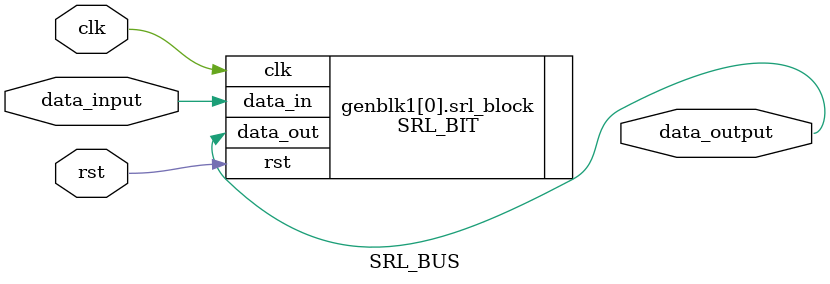
<source format=sv>
`timescale 1ns / 1ps


module SRL_BUS #(
    parameter int unsigned BUS_WIDTH = 1,
    parameter int unsigned DELAY = 1
)(
    input logic clk,
    input logic rst,
    input logic [BUS_WIDTH - 1: 0] data_input,
    output logic [BUS_WIDTH - 1: 0] data_output
    );
    
    genvar i;
    generate
        for(i = 0; i < BUS_WIDTH; i = i + 1) begin
            
            SRL_BIT #(.DELAY_LENGTH(DELAY)) srl_block
            (
                .clk(clk),
                .rst(rst),
                .data_in(data_input[i]),
                .data_out(data_output[i])
            );
            
        end    
    endgenerate
    
    
    
endmodule

</source>
